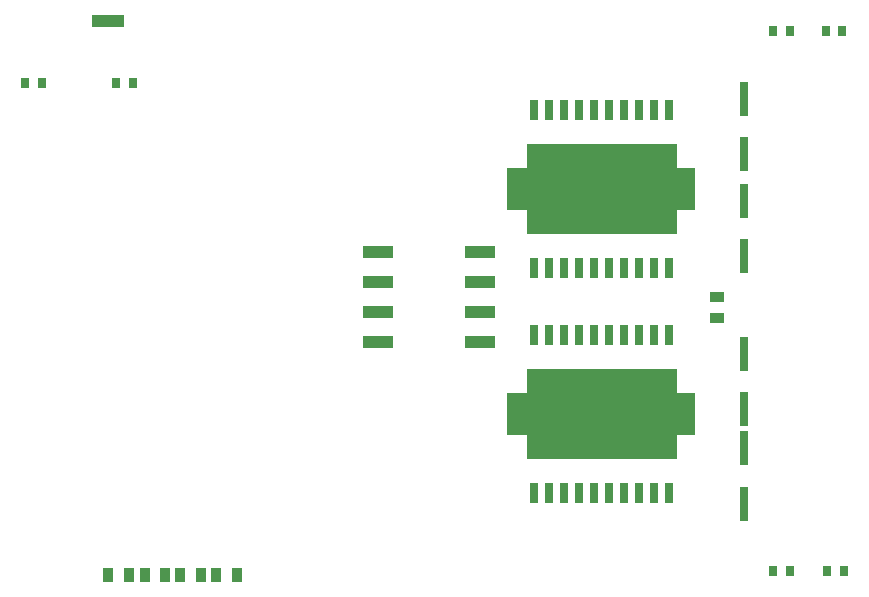
<source format=gtp>
%FSLAX25Y25*%
%MOIN*%
G70*
G01*
G75*
G04 Layer_Color=8421504*
%ADD10R,0.03150X0.03347*%
%ADD11R,0.02756X0.07087*%
%ADD12R,0.03937X0.03937*%
%ADD13R,0.05118X0.03347*%
%ADD14R,0.10500X0.04300*%
%ADD15R,0.03347X0.05118*%
%ADD16R,0.03150X0.11811*%
%ADD17R,0.10000X0.04400*%
%ADD18C,0.01200*%
%ADD19C,0.00600*%
%ADD20C,0.03000*%
%ADD21C,0.02500*%
%ADD22C,0.00700*%
%ADD23C,0.03200*%
%ADD24C,0.01600*%
%ADD25C,0.02800*%
%ADD26C,0.03500*%
%ADD27C,0.02000*%
%ADD28R,0.02953X0.02953*%
%ADD29R,0.06500X0.06500*%
%ADD30C,0.06500*%
%ADD31R,0.06500X0.06500*%
%ADD32C,0.12000*%
%ADD33C,0.05000*%
%ADD34C,0.04500*%
%ADD35C,0.02600*%
%ADD36C,0.02400*%
%ADD37C,0.04400*%
%ADD38C,0.03200*%
%ADD39C,0.03000*%
%ADD40R,0.13976X0.05906*%
%ADD41R,0.02362X0.03347*%
%ADD42R,0.03347X0.03150*%
%ADD43R,0.03543X0.04921*%
%ADD44R,0.08268X0.03543*%
%ADD45R,0.08268X0.12992*%
%ADD46C,0.01000*%
%ADD47C,0.00394*%
%ADD48C,0.01500*%
%ADD49C,0.00787*%
%ADD50C,0.00800*%
%ADD51C,0.00400*%
G36*
X-90000Y-135500D02*
X-83799D01*
Y-149500D01*
X-90000D01*
Y-157500D01*
X-140000D01*
Y-149500D01*
X-146595D01*
Y-135500D01*
X-140000D01*
Y-127500D01*
X-90000D01*
Y-135500D01*
D02*
G37*
G36*
Y-60500D02*
X-83799D01*
Y-74500D01*
X-90000D01*
Y-82500D01*
X-140000D01*
Y-74500D01*
X-146595D01*
Y-60500D01*
X-140000D01*
Y-52500D01*
X-90000D01*
Y-60500D01*
D02*
G37*
D10*
X-34244Y-195000D02*
D03*
X-39756D02*
D03*
X-52244D02*
D03*
X-57756D02*
D03*
X-34744Y-15000D02*
D03*
X-40256D02*
D03*
X-52244D02*
D03*
X-57756D02*
D03*
X-301544Y-32100D02*
D03*
X-307056D02*
D03*
X-271344Y-32200D02*
D03*
X-276856D02*
D03*
D11*
X-92500Y-168878D02*
D03*
X-97500D02*
D03*
X-102500D02*
D03*
X-107500D02*
D03*
X-112500D02*
D03*
X-117500D02*
D03*
X-122500D02*
D03*
X-127500D02*
D03*
X-132500D02*
D03*
X-137500D02*
D03*
Y-116122D02*
D03*
X-132500D02*
D03*
X-127500D02*
D03*
X-122500D02*
D03*
X-117500D02*
D03*
X-112500D02*
D03*
X-107500D02*
D03*
X-102500D02*
D03*
X-97500D02*
D03*
X-92500D02*
D03*
Y-93878D02*
D03*
X-97500D02*
D03*
X-102500D02*
D03*
X-107500D02*
D03*
X-112500D02*
D03*
X-117500D02*
D03*
X-122500D02*
D03*
X-127500D02*
D03*
X-132500D02*
D03*
X-137500D02*
D03*
Y-41122D02*
D03*
X-132500D02*
D03*
X-127500D02*
D03*
X-122500D02*
D03*
X-117500D02*
D03*
X-112500D02*
D03*
X-107500D02*
D03*
X-102500D02*
D03*
X-97500D02*
D03*
X-92500D02*
D03*
D12*
X-115000Y-142500D02*
D03*
Y-145256D02*
D03*
Y-139744D02*
D03*
X-106732D02*
D03*
Y-145256D02*
D03*
Y-142500D02*
D03*
X-115000Y-67500D02*
D03*
Y-70256D02*
D03*
Y-64744D02*
D03*
X-106732D02*
D03*
Y-70256D02*
D03*
Y-67500D02*
D03*
D13*
X-76500Y-103555D02*
D03*
Y-110445D02*
D03*
D14*
X-279500Y-11500D02*
D03*
D15*
X-279445Y-196300D02*
D03*
X-272555D02*
D03*
X-267345D02*
D03*
X-260455D02*
D03*
X-255445Y-196200D02*
D03*
X-248555D02*
D03*
X-243545D02*
D03*
X-236655D02*
D03*
D16*
X-67500Y-141000D02*
D03*
Y-122500D02*
D03*
Y-71500D02*
D03*
Y-90000D02*
D03*
Y-154000D02*
D03*
Y-172500D02*
D03*
Y-37500D02*
D03*
Y-56000D02*
D03*
D17*
X-155550Y-118500D02*
D03*
X-189450D02*
D03*
X-155550Y-108500D02*
D03*
X-189450D02*
D03*
X-155550Y-98500D02*
D03*
X-189450D02*
D03*
X-155550Y-88500D02*
D03*
X-189450D02*
D03*
M02*

</source>
